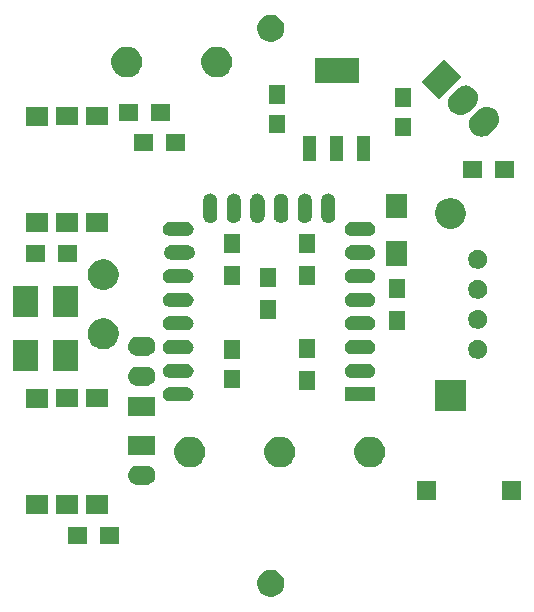
<source format=gbr>
G04 #@! TF.GenerationSoftware,KiCad,Pcbnew,5.0.2-bee76a0~70~ubuntu18.04.1*
G04 #@! TF.CreationDate,2019-09-27T11:35:03+02:00*
G04 #@! TF.ProjectId,Radiateur ESP,52616469-6174-4657-9572-204553502e6b,rev?*
G04 #@! TF.SameCoordinates,Original*
G04 #@! TF.FileFunction,Soldermask,Top*
G04 #@! TF.FilePolarity,Negative*
%FSLAX46Y46*%
G04 Gerber Fmt 4.6, Leading zero omitted, Abs format (unit mm)*
G04 Created by KiCad (PCBNEW 5.0.2-bee76a0~70~ubuntu18.04.1) date ven. 27 sept. 2019 11:35:03 CEST*
%MOMM*%
%LPD*%
G01*
G04 APERTURE LIST*
%ADD10C,0.100000*%
G04 APERTURE END LIST*
D10*
G36*
X136987734Y-121575232D02*
X137197202Y-121661996D01*
X137385723Y-121787962D01*
X137546038Y-121948277D01*
X137672004Y-122136798D01*
X137758768Y-122346266D01*
X137803000Y-122568635D01*
X137803000Y-122795365D01*
X137758768Y-123017734D01*
X137672004Y-123227202D01*
X137546038Y-123415723D01*
X137385723Y-123576038D01*
X137197202Y-123702004D01*
X136987734Y-123788768D01*
X136765365Y-123833000D01*
X136538635Y-123833000D01*
X136316266Y-123788768D01*
X136106798Y-123702004D01*
X135918277Y-123576038D01*
X135757962Y-123415723D01*
X135631996Y-123227202D01*
X135545232Y-123017734D01*
X135501000Y-122795365D01*
X135501000Y-122568635D01*
X135545232Y-122346266D01*
X135631996Y-122136798D01*
X135757962Y-121948277D01*
X135918277Y-121787962D01*
X136106798Y-121661996D01*
X136316266Y-121575232D01*
X136538635Y-121531000D01*
X136765365Y-121531000D01*
X136987734Y-121575232D01*
X136987734Y-121575232D01*
G37*
G36*
X123817000Y-119319000D02*
X122215000Y-119319000D01*
X122215000Y-117917000D01*
X123817000Y-117917000D01*
X123817000Y-119319000D01*
X123817000Y-119319000D01*
G37*
G36*
X121117000Y-119319000D02*
X119515000Y-119319000D01*
X119515000Y-117917000D01*
X121117000Y-117917000D01*
X121117000Y-119319000D01*
X121117000Y-119319000D01*
G37*
G36*
X117791000Y-116812960D02*
X115889000Y-116812960D01*
X115889000Y-115210960D01*
X117791000Y-115210960D01*
X117791000Y-116812960D01*
X117791000Y-116812960D01*
G37*
G36*
X122871000Y-116812960D02*
X120969000Y-116812960D01*
X120969000Y-115210960D01*
X122871000Y-115210960D01*
X122871000Y-116812960D01*
X122871000Y-116812960D01*
G37*
G36*
X120331000Y-116812960D02*
X118429000Y-116812960D01*
X118429000Y-115210960D01*
X120331000Y-115210960D01*
X120331000Y-116812960D01*
X120331000Y-116812960D01*
G37*
G36*
X157816180Y-115609000D02*
X156214180Y-115609000D01*
X156214180Y-114007000D01*
X157816180Y-114007000D01*
X157816180Y-115609000D01*
X157816180Y-115609000D01*
G37*
G36*
X150617820Y-115609000D02*
X149015820Y-115609000D01*
X149015820Y-114007000D01*
X150617820Y-114007000D01*
X150617820Y-115609000D01*
X150617820Y-115609000D01*
G37*
G36*
X126147567Y-112728921D02*
X126227196Y-112736764D01*
X126329363Y-112767756D01*
X126380448Y-112783252D01*
X126521685Y-112858745D01*
X126645479Y-112960341D01*
X126747075Y-113084135D01*
X126822568Y-113225372D01*
X126822568Y-113225373D01*
X126869056Y-113378624D01*
X126884753Y-113538000D01*
X126869056Y-113697376D01*
X126838064Y-113799543D01*
X126822568Y-113850628D01*
X126747075Y-113991865D01*
X126645479Y-114115659D01*
X126521685Y-114217255D01*
X126380448Y-114292748D01*
X126329363Y-114308244D01*
X126227196Y-114339236D01*
X126147567Y-114347079D01*
X126107754Y-114351000D01*
X125352246Y-114351000D01*
X125312433Y-114347079D01*
X125232804Y-114339236D01*
X125130637Y-114308244D01*
X125079552Y-114292748D01*
X124938315Y-114217255D01*
X124814521Y-114115659D01*
X124712925Y-113991865D01*
X124637432Y-113850628D01*
X124621936Y-113799543D01*
X124590944Y-113697376D01*
X124575247Y-113538000D01*
X124590944Y-113378624D01*
X124637432Y-113225373D01*
X124637432Y-113225372D01*
X124712925Y-113084135D01*
X124814521Y-112960341D01*
X124938315Y-112858745D01*
X125079552Y-112783252D01*
X125130637Y-112767756D01*
X125232804Y-112736764D01*
X125312433Y-112728921D01*
X125352246Y-112725000D01*
X126107754Y-112725000D01*
X126147567Y-112728921D01*
X126147567Y-112728921D01*
G37*
G36*
X145413485Y-110318996D02*
X145413487Y-110318997D01*
X145413488Y-110318997D01*
X145650255Y-110417069D01*
X145863342Y-110559449D01*
X146044551Y-110740658D01*
X146186931Y-110953745D01*
X146285004Y-111190515D01*
X146335000Y-111441861D01*
X146335000Y-111698139D01*
X146285004Y-111949485D01*
X146186931Y-112186255D01*
X146044551Y-112399342D01*
X145863342Y-112580551D01*
X145863339Y-112580553D01*
X145650255Y-112722931D01*
X145413488Y-112821003D01*
X145413487Y-112821003D01*
X145413485Y-112821004D01*
X145162139Y-112871000D01*
X144905861Y-112871000D01*
X144654515Y-112821004D01*
X144654513Y-112821003D01*
X144654512Y-112821003D01*
X144417745Y-112722931D01*
X144204661Y-112580553D01*
X144204658Y-112580551D01*
X144023449Y-112399342D01*
X143881069Y-112186255D01*
X143782996Y-111949485D01*
X143733000Y-111698139D01*
X143733000Y-111441861D01*
X143782996Y-111190515D01*
X143881069Y-110953745D01*
X144023449Y-110740658D01*
X144204658Y-110559449D01*
X144417745Y-110417069D01*
X144654512Y-110318997D01*
X144654513Y-110318997D01*
X144654515Y-110318996D01*
X144905861Y-110269000D01*
X145162139Y-110269000D01*
X145413485Y-110318996D01*
X145413485Y-110318996D01*
G37*
G36*
X137793485Y-110318996D02*
X137793487Y-110318997D01*
X137793488Y-110318997D01*
X138030255Y-110417069D01*
X138243342Y-110559449D01*
X138424551Y-110740658D01*
X138566931Y-110953745D01*
X138665004Y-111190515D01*
X138715000Y-111441861D01*
X138715000Y-111698139D01*
X138665004Y-111949485D01*
X138566931Y-112186255D01*
X138424551Y-112399342D01*
X138243342Y-112580551D01*
X138243339Y-112580553D01*
X138030255Y-112722931D01*
X137793488Y-112821003D01*
X137793487Y-112821003D01*
X137793485Y-112821004D01*
X137542139Y-112871000D01*
X137285861Y-112871000D01*
X137034515Y-112821004D01*
X137034513Y-112821003D01*
X137034512Y-112821003D01*
X136797745Y-112722931D01*
X136584661Y-112580553D01*
X136584658Y-112580551D01*
X136403449Y-112399342D01*
X136261069Y-112186255D01*
X136162996Y-111949485D01*
X136113000Y-111698139D01*
X136113000Y-111441861D01*
X136162996Y-111190515D01*
X136261069Y-110953745D01*
X136403449Y-110740658D01*
X136584658Y-110559449D01*
X136797745Y-110417069D01*
X137034512Y-110318997D01*
X137034513Y-110318997D01*
X137034515Y-110318996D01*
X137285861Y-110269000D01*
X137542139Y-110269000D01*
X137793485Y-110318996D01*
X137793485Y-110318996D01*
G37*
G36*
X130173485Y-110318996D02*
X130173487Y-110318997D01*
X130173488Y-110318997D01*
X130410255Y-110417069D01*
X130623342Y-110559449D01*
X130804551Y-110740658D01*
X130946931Y-110953745D01*
X131045004Y-111190515D01*
X131095000Y-111441861D01*
X131095000Y-111698139D01*
X131045004Y-111949485D01*
X130946931Y-112186255D01*
X130804551Y-112399342D01*
X130623342Y-112580551D01*
X130623339Y-112580553D01*
X130410255Y-112722931D01*
X130173488Y-112821003D01*
X130173487Y-112821003D01*
X130173485Y-112821004D01*
X129922139Y-112871000D01*
X129665861Y-112871000D01*
X129414515Y-112821004D01*
X129414513Y-112821003D01*
X129414512Y-112821003D01*
X129177745Y-112722931D01*
X128964661Y-112580553D01*
X128964658Y-112580551D01*
X128783449Y-112399342D01*
X128641069Y-112186255D01*
X128542996Y-111949485D01*
X128493000Y-111698139D01*
X128493000Y-111441861D01*
X128542996Y-111190515D01*
X128641069Y-110953745D01*
X128783449Y-110740658D01*
X128964658Y-110559449D01*
X129177745Y-110417069D01*
X129414512Y-110318997D01*
X129414513Y-110318997D01*
X129414515Y-110318996D01*
X129665861Y-110269000D01*
X129922139Y-110269000D01*
X130173485Y-110318996D01*
X130173485Y-110318996D01*
G37*
G36*
X126880820Y-111811000D02*
X124579180Y-111811000D01*
X124579180Y-110185000D01*
X126880820Y-110185000D01*
X126880820Y-111811000D01*
X126880820Y-111811000D01*
G37*
G36*
X126880820Y-108509000D02*
X124579180Y-108509000D01*
X124579180Y-106883000D01*
X126880820Y-106883000D01*
X126880820Y-108509000D01*
X126880820Y-108509000D01*
G37*
G36*
X153161000Y-108061000D02*
X150559000Y-108061000D01*
X150559000Y-105459000D01*
X153161000Y-105459000D01*
X153161000Y-108061000D01*
X153161000Y-108061000D01*
G37*
G36*
X117791000Y-107807000D02*
X115889000Y-107807000D01*
X115889000Y-106205000D01*
X117791000Y-106205000D01*
X117791000Y-107807000D01*
X117791000Y-107807000D01*
G37*
G36*
X122871000Y-107801040D02*
X120969000Y-107801040D01*
X120969000Y-106199040D01*
X122871000Y-106199040D01*
X122871000Y-107801040D01*
X122871000Y-107801040D01*
G37*
G36*
X120331000Y-107801040D02*
X118429000Y-107801040D01*
X118429000Y-106199040D01*
X120331000Y-106199040D01*
X120331000Y-107801040D01*
X120331000Y-107801040D01*
G37*
G36*
X145511000Y-107281000D02*
X142909000Y-107281000D01*
X142909000Y-106079000D01*
X145511000Y-106079000D01*
X145511000Y-107281000D01*
X145511000Y-107281000D01*
G37*
G36*
X129627818Y-106087696D02*
X129741105Y-106122062D01*
X129845513Y-106177869D01*
X129937027Y-106252973D01*
X130012131Y-106344487D01*
X130067938Y-106448895D01*
X130102304Y-106562182D01*
X130113907Y-106680000D01*
X130102304Y-106797818D01*
X130067938Y-106911105D01*
X130012131Y-107015513D01*
X129937027Y-107107027D01*
X129845513Y-107182131D01*
X129741105Y-107237938D01*
X129627818Y-107272304D01*
X129539519Y-107281000D01*
X128080481Y-107281000D01*
X127992182Y-107272304D01*
X127878895Y-107237938D01*
X127774487Y-107182131D01*
X127682973Y-107107027D01*
X127607869Y-107015513D01*
X127552062Y-106911105D01*
X127517696Y-106797818D01*
X127506093Y-106680000D01*
X127517696Y-106562182D01*
X127552062Y-106448895D01*
X127607869Y-106344487D01*
X127682973Y-106252973D01*
X127774487Y-106177869D01*
X127878895Y-106122062D01*
X127992182Y-106087696D01*
X128080481Y-106079000D01*
X129539519Y-106079000D01*
X129627818Y-106087696D01*
X129627818Y-106087696D01*
G37*
G36*
X140401000Y-106291000D02*
X138999000Y-106291000D01*
X138999000Y-104689000D01*
X140401000Y-104689000D01*
X140401000Y-106291000D01*
X140401000Y-106291000D01*
G37*
G36*
X134026000Y-106191000D02*
X132674000Y-106191000D01*
X132674000Y-104589000D01*
X134026000Y-104589000D01*
X134026000Y-106191000D01*
X134026000Y-106191000D01*
G37*
G36*
X126147567Y-104346921D02*
X126227196Y-104354764D01*
X126329363Y-104385756D01*
X126380448Y-104401252D01*
X126521685Y-104476745D01*
X126645479Y-104578341D01*
X126747075Y-104702135D01*
X126822568Y-104843372D01*
X126822568Y-104843373D01*
X126869056Y-104996624D01*
X126884753Y-105156000D01*
X126869056Y-105315376D01*
X126838064Y-105417543D01*
X126822568Y-105468628D01*
X126747075Y-105609865D01*
X126645479Y-105733659D01*
X126521685Y-105835255D01*
X126380448Y-105910748D01*
X126329363Y-105926244D01*
X126227196Y-105957236D01*
X126147567Y-105965079D01*
X126107754Y-105969000D01*
X125352246Y-105969000D01*
X125312433Y-105965079D01*
X125232804Y-105957236D01*
X125130637Y-105926244D01*
X125079552Y-105910748D01*
X124938315Y-105835255D01*
X124814521Y-105733659D01*
X124712925Y-105609865D01*
X124637432Y-105468628D01*
X124621936Y-105417543D01*
X124590944Y-105315376D01*
X124575247Y-105156000D01*
X124590944Y-104996624D01*
X124637432Y-104843373D01*
X124637432Y-104843372D01*
X124712925Y-104702135D01*
X124814521Y-104578341D01*
X124938315Y-104476745D01*
X125079552Y-104401252D01*
X125130637Y-104385756D01*
X125232804Y-104354764D01*
X125312433Y-104346921D01*
X125352246Y-104343000D01*
X126107754Y-104343000D01*
X126147567Y-104346921D01*
X126147567Y-104346921D01*
G37*
G36*
X129627818Y-104087696D02*
X129741105Y-104122062D01*
X129845513Y-104177869D01*
X129937027Y-104252973D01*
X130012131Y-104344487D01*
X130067938Y-104448895D01*
X130102304Y-104562182D01*
X130113907Y-104680000D01*
X130102304Y-104797818D01*
X130067938Y-104911105D01*
X130012131Y-105015513D01*
X129937027Y-105107027D01*
X129845513Y-105182131D01*
X129741105Y-105237938D01*
X129627818Y-105272304D01*
X129539519Y-105281000D01*
X128080481Y-105281000D01*
X127992182Y-105272304D01*
X127878895Y-105237938D01*
X127774487Y-105182131D01*
X127682973Y-105107027D01*
X127607869Y-105015513D01*
X127552062Y-104911105D01*
X127517696Y-104797818D01*
X127506093Y-104680000D01*
X127517696Y-104562182D01*
X127552062Y-104448895D01*
X127607869Y-104344487D01*
X127682973Y-104252973D01*
X127774487Y-104177869D01*
X127878895Y-104122062D01*
X127992182Y-104087696D01*
X128080481Y-104079000D01*
X129539519Y-104079000D01*
X129627818Y-104087696D01*
X129627818Y-104087696D01*
G37*
G36*
X145027818Y-104087696D02*
X145141105Y-104122062D01*
X145245513Y-104177869D01*
X145337027Y-104252973D01*
X145412131Y-104344487D01*
X145467938Y-104448895D01*
X145502304Y-104562182D01*
X145513907Y-104680000D01*
X145502304Y-104797818D01*
X145467938Y-104911105D01*
X145412131Y-105015513D01*
X145337027Y-105107027D01*
X145245513Y-105182131D01*
X145141105Y-105237938D01*
X145027818Y-105272304D01*
X144939519Y-105281000D01*
X143480481Y-105281000D01*
X143392182Y-105272304D01*
X143278895Y-105237938D01*
X143174487Y-105182131D01*
X143082973Y-105107027D01*
X143007869Y-105015513D01*
X142952062Y-104911105D01*
X142917696Y-104797818D01*
X142906093Y-104680000D01*
X142917696Y-104562182D01*
X142952062Y-104448895D01*
X143007869Y-104344487D01*
X143082973Y-104252973D01*
X143174487Y-104177869D01*
X143278895Y-104122062D01*
X143392182Y-104087696D01*
X143480481Y-104079000D01*
X144939519Y-104079000D01*
X145027818Y-104087696D01*
X145027818Y-104087696D01*
G37*
G36*
X120353000Y-104679000D02*
X118251000Y-104679000D01*
X118251000Y-102077000D01*
X120353000Y-102077000D01*
X120353000Y-104679000D01*
X120353000Y-104679000D01*
G37*
G36*
X116953000Y-104679000D02*
X114851000Y-104679000D01*
X114851000Y-102077000D01*
X116953000Y-102077000D01*
X116953000Y-104679000D01*
X116953000Y-104679000D01*
G37*
G36*
X134026000Y-103691000D02*
X132674000Y-103691000D01*
X132674000Y-102089000D01*
X134026000Y-102089000D01*
X134026000Y-103691000D01*
X134026000Y-103691000D01*
G37*
G36*
X154415142Y-102088242D02*
X154563102Y-102149530D01*
X154696258Y-102238502D01*
X154809498Y-102351742D01*
X154898470Y-102484898D01*
X154959758Y-102632858D01*
X154991000Y-102789925D01*
X154991000Y-102950075D01*
X154959758Y-103107142D01*
X154898470Y-103255102D01*
X154809498Y-103388258D01*
X154696258Y-103501498D01*
X154563102Y-103590470D01*
X154563101Y-103590471D01*
X154563100Y-103590471D01*
X154529583Y-103604354D01*
X154415142Y-103651758D01*
X154258075Y-103683000D01*
X154097925Y-103683000D01*
X153940858Y-103651758D01*
X153826417Y-103604354D01*
X153792900Y-103590471D01*
X153792899Y-103590471D01*
X153792898Y-103590470D01*
X153659742Y-103501498D01*
X153546502Y-103388258D01*
X153457530Y-103255102D01*
X153396242Y-103107142D01*
X153365000Y-102950075D01*
X153365000Y-102789925D01*
X153396242Y-102632858D01*
X153457530Y-102484898D01*
X153546502Y-102351742D01*
X153659742Y-102238502D01*
X153792898Y-102149530D01*
X153940858Y-102088242D01*
X154097925Y-102057000D01*
X154258075Y-102057000D01*
X154415142Y-102088242D01*
X154415142Y-102088242D01*
G37*
G36*
X140401000Y-103591000D02*
X138999000Y-103591000D01*
X138999000Y-101989000D01*
X140401000Y-101989000D01*
X140401000Y-103591000D01*
X140401000Y-103591000D01*
G37*
G36*
X126147567Y-101806921D02*
X126227196Y-101814764D01*
X126329363Y-101845756D01*
X126380448Y-101861252D01*
X126521685Y-101936745D01*
X126645479Y-102038341D01*
X126747075Y-102162135D01*
X126822568Y-102303372D01*
X126822568Y-102303373D01*
X126869056Y-102456624D01*
X126884753Y-102616000D01*
X126869056Y-102775376D01*
X126858248Y-102811004D01*
X126822568Y-102928628D01*
X126747075Y-103069865D01*
X126645479Y-103193659D01*
X126521685Y-103295255D01*
X126380448Y-103370748D01*
X126329363Y-103386244D01*
X126227196Y-103417236D01*
X126147567Y-103425079D01*
X126107754Y-103429000D01*
X125352246Y-103429000D01*
X125312433Y-103425079D01*
X125232804Y-103417236D01*
X125130637Y-103386244D01*
X125079552Y-103370748D01*
X124938315Y-103295255D01*
X124814521Y-103193659D01*
X124712925Y-103069865D01*
X124637432Y-102928628D01*
X124601752Y-102811004D01*
X124590944Y-102775376D01*
X124575247Y-102616000D01*
X124590944Y-102456624D01*
X124637432Y-102303373D01*
X124637432Y-102303372D01*
X124712925Y-102162135D01*
X124814521Y-102038341D01*
X124938315Y-101936745D01*
X125079552Y-101861252D01*
X125130637Y-101845756D01*
X125232804Y-101814764D01*
X125312433Y-101806921D01*
X125352246Y-101803000D01*
X126107754Y-101803000D01*
X126147567Y-101806921D01*
X126147567Y-101806921D01*
G37*
G36*
X129627818Y-102087696D02*
X129741105Y-102122062D01*
X129845513Y-102177869D01*
X129937027Y-102252973D01*
X130012131Y-102344487D01*
X130067938Y-102448895D01*
X130102304Y-102562182D01*
X130113907Y-102680000D01*
X130102304Y-102797818D01*
X130067938Y-102911105D01*
X130012131Y-103015513D01*
X129937027Y-103107027D01*
X129845513Y-103182131D01*
X129741105Y-103237938D01*
X129627818Y-103272304D01*
X129539519Y-103281000D01*
X128080481Y-103281000D01*
X127992182Y-103272304D01*
X127878895Y-103237938D01*
X127774487Y-103182131D01*
X127682973Y-103107027D01*
X127607869Y-103015513D01*
X127552062Y-102911105D01*
X127517696Y-102797818D01*
X127506093Y-102680000D01*
X127517696Y-102562182D01*
X127552062Y-102448895D01*
X127607869Y-102344487D01*
X127682973Y-102252973D01*
X127774487Y-102177869D01*
X127878895Y-102122062D01*
X127992182Y-102087696D01*
X128080481Y-102079000D01*
X129539519Y-102079000D01*
X129627818Y-102087696D01*
X129627818Y-102087696D01*
G37*
G36*
X145027818Y-102087696D02*
X145141105Y-102122062D01*
X145245513Y-102177869D01*
X145337027Y-102252973D01*
X145412131Y-102344487D01*
X145467938Y-102448895D01*
X145502304Y-102562182D01*
X145513907Y-102680000D01*
X145502304Y-102797818D01*
X145467938Y-102911105D01*
X145412131Y-103015513D01*
X145337027Y-103107027D01*
X145245513Y-103182131D01*
X145141105Y-103237938D01*
X145027818Y-103272304D01*
X144939519Y-103281000D01*
X143480481Y-103281000D01*
X143392182Y-103272304D01*
X143278895Y-103237938D01*
X143174487Y-103182131D01*
X143082973Y-103107027D01*
X143007869Y-103015513D01*
X142952062Y-102911105D01*
X142917696Y-102797818D01*
X142906093Y-102680000D01*
X142917696Y-102562182D01*
X142952062Y-102448895D01*
X143007869Y-102344487D01*
X143082973Y-102252973D01*
X143174487Y-102177869D01*
X143278895Y-102122062D01*
X143392182Y-102087696D01*
X143480481Y-102079000D01*
X144939519Y-102079000D01*
X145027818Y-102087696D01*
X145027818Y-102087696D01*
G37*
G36*
X122839485Y-100308996D02*
X122839487Y-100308997D01*
X122839488Y-100308997D01*
X123076255Y-100407069D01*
X123289342Y-100549449D01*
X123470551Y-100730658D01*
X123470553Y-100730661D01*
X123612931Y-100943745D01*
X123680565Y-101107027D01*
X123711004Y-101180515D01*
X123761000Y-101431861D01*
X123761000Y-101688139D01*
X123711004Y-101939485D01*
X123612931Y-102176255D01*
X123470551Y-102389342D01*
X123289342Y-102570551D01*
X123289339Y-102570553D01*
X123076255Y-102712931D01*
X122839488Y-102811003D01*
X122839487Y-102811003D01*
X122839485Y-102811004D01*
X122588139Y-102861000D01*
X122331861Y-102861000D01*
X122080515Y-102811004D01*
X122080513Y-102811003D01*
X122080512Y-102811003D01*
X121843745Y-102712931D01*
X121630661Y-102570553D01*
X121630658Y-102570551D01*
X121449449Y-102389342D01*
X121307069Y-102176255D01*
X121208996Y-101939485D01*
X121159000Y-101688139D01*
X121159000Y-101431861D01*
X121208996Y-101180515D01*
X121239436Y-101107027D01*
X121307069Y-100943745D01*
X121449447Y-100730661D01*
X121449449Y-100730658D01*
X121630658Y-100549449D01*
X121843745Y-100407069D01*
X122080512Y-100308997D01*
X122080513Y-100308997D01*
X122080515Y-100308996D01*
X122331861Y-100259000D01*
X122588139Y-100259000D01*
X122839485Y-100308996D01*
X122839485Y-100308996D01*
G37*
G36*
X145027818Y-100087696D02*
X145141105Y-100122062D01*
X145245513Y-100177869D01*
X145337027Y-100252973D01*
X145412131Y-100344487D01*
X145467938Y-100448895D01*
X145502304Y-100562182D01*
X145513907Y-100680000D01*
X145502304Y-100797818D01*
X145467938Y-100911105D01*
X145412131Y-101015513D01*
X145337027Y-101107027D01*
X145245513Y-101182131D01*
X145141105Y-101237938D01*
X145027818Y-101272304D01*
X144939519Y-101281000D01*
X143480481Y-101281000D01*
X143392182Y-101272304D01*
X143278895Y-101237938D01*
X143174487Y-101182131D01*
X143082973Y-101107027D01*
X143007869Y-101015513D01*
X142952062Y-100911105D01*
X142917696Y-100797818D01*
X142906093Y-100680000D01*
X142917696Y-100562182D01*
X142952062Y-100448895D01*
X143007869Y-100344487D01*
X143082973Y-100252973D01*
X143174487Y-100177869D01*
X143278895Y-100122062D01*
X143392182Y-100087696D01*
X143480481Y-100079000D01*
X144939519Y-100079000D01*
X145027818Y-100087696D01*
X145027818Y-100087696D01*
G37*
G36*
X129627818Y-100087696D02*
X129741105Y-100122062D01*
X129845513Y-100177869D01*
X129937027Y-100252973D01*
X130012131Y-100344487D01*
X130067938Y-100448895D01*
X130102304Y-100562182D01*
X130113907Y-100680000D01*
X130102304Y-100797818D01*
X130067938Y-100911105D01*
X130012131Y-101015513D01*
X129937027Y-101107027D01*
X129845513Y-101182131D01*
X129741105Y-101237938D01*
X129627818Y-101272304D01*
X129539519Y-101281000D01*
X128080481Y-101281000D01*
X127992182Y-101272304D01*
X127878895Y-101237938D01*
X127774487Y-101182131D01*
X127682973Y-101107027D01*
X127607869Y-101015513D01*
X127552062Y-100911105D01*
X127517696Y-100797818D01*
X127506093Y-100680000D01*
X127517696Y-100562182D01*
X127552062Y-100448895D01*
X127607869Y-100344487D01*
X127682973Y-100252973D01*
X127774487Y-100177869D01*
X127878895Y-100122062D01*
X127992182Y-100087696D01*
X128080481Y-100079000D01*
X129539519Y-100079000D01*
X129627818Y-100087696D01*
X129627818Y-100087696D01*
G37*
G36*
X148021000Y-101211000D02*
X146619000Y-101211000D01*
X146619000Y-99609000D01*
X148021000Y-99609000D01*
X148021000Y-101211000D01*
X148021000Y-101211000D01*
G37*
G36*
X154415142Y-99548242D02*
X154529583Y-99595646D01*
X154561823Y-99609000D01*
X154563102Y-99609530D01*
X154696258Y-99698502D01*
X154809498Y-99811742D01*
X154898470Y-99944898D01*
X154959758Y-100092858D01*
X154991000Y-100249925D01*
X154991000Y-100410075D01*
X154959758Y-100567142D01*
X154898470Y-100715102D01*
X154809498Y-100848258D01*
X154696258Y-100961498D01*
X154563102Y-101050470D01*
X154415142Y-101111758D01*
X154258075Y-101143000D01*
X154097925Y-101143000D01*
X153940858Y-101111758D01*
X153792898Y-101050470D01*
X153659742Y-100961498D01*
X153546502Y-100848258D01*
X153457530Y-100715102D01*
X153396242Y-100567142D01*
X153365000Y-100410075D01*
X153365000Y-100249925D01*
X153396242Y-100092858D01*
X153457530Y-99944898D01*
X153546502Y-99811742D01*
X153659742Y-99698502D01*
X153792898Y-99609530D01*
X153794178Y-99609000D01*
X153826417Y-99595646D01*
X153940858Y-99548242D01*
X154097925Y-99517000D01*
X154258075Y-99517000D01*
X154415142Y-99548242D01*
X154415142Y-99548242D01*
G37*
G36*
X137099000Y-100275000D02*
X135697000Y-100275000D01*
X135697000Y-98673000D01*
X137099000Y-98673000D01*
X137099000Y-100275000D01*
X137099000Y-100275000D01*
G37*
G36*
X116953000Y-100107000D02*
X114851000Y-100107000D01*
X114851000Y-97505000D01*
X116953000Y-97505000D01*
X116953000Y-100107000D01*
X116953000Y-100107000D01*
G37*
G36*
X120353000Y-100107000D02*
X118251000Y-100107000D01*
X118251000Y-97505000D01*
X120353000Y-97505000D01*
X120353000Y-100107000D01*
X120353000Y-100107000D01*
G37*
G36*
X129627818Y-98087696D02*
X129741105Y-98122062D01*
X129845513Y-98177869D01*
X129937027Y-98252973D01*
X130012131Y-98344487D01*
X130067938Y-98448895D01*
X130102304Y-98562182D01*
X130113907Y-98680000D01*
X130102304Y-98797818D01*
X130067938Y-98911105D01*
X130012131Y-99015513D01*
X129937027Y-99107027D01*
X129845513Y-99182131D01*
X129741105Y-99237938D01*
X129627818Y-99272304D01*
X129539519Y-99281000D01*
X128080481Y-99281000D01*
X127992182Y-99272304D01*
X127878895Y-99237938D01*
X127774487Y-99182131D01*
X127682973Y-99107027D01*
X127607869Y-99015513D01*
X127552062Y-98911105D01*
X127517696Y-98797818D01*
X127506093Y-98680000D01*
X127517696Y-98562182D01*
X127552062Y-98448895D01*
X127607869Y-98344487D01*
X127682973Y-98252973D01*
X127774487Y-98177869D01*
X127878895Y-98122062D01*
X127992182Y-98087696D01*
X128080481Y-98079000D01*
X129539519Y-98079000D01*
X129627818Y-98087696D01*
X129627818Y-98087696D01*
G37*
G36*
X145027818Y-98087696D02*
X145141105Y-98122062D01*
X145245513Y-98177869D01*
X145337027Y-98252973D01*
X145412131Y-98344487D01*
X145467938Y-98448895D01*
X145502304Y-98562182D01*
X145513907Y-98680000D01*
X145502304Y-98797818D01*
X145467938Y-98911105D01*
X145412131Y-99015513D01*
X145337027Y-99107027D01*
X145245513Y-99182131D01*
X145141105Y-99237938D01*
X145027818Y-99272304D01*
X144939519Y-99281000D01*
X143480481Y-99281000D01*
X143392182Y-99272304D01*
X143278895Y-99237938D01*
X143174487Y-99182131D01*
X143082973Y-99107027D01*
X143007869Y-99015513D01*
X142952062Y-98911105D01*
X142917696Y-98797818D01*
X142906093Y-98680000D01*
X142917696Y-98562182D01*
X142952062Y-98448895D01*
X143007869Y-98344487D01*
X143082973Y-98252973D01*
X143174487Y-98177869D01*
X143278895Y-98122062D01*
X143392182Y-98087696D01*
X143480481Y-98079000D01*
X144939519Y-98079000D01*
X145027818Y-98087696D01*
X145027818Y-98087696D01*
G37*
G36*
X154415142Y-97008242D02*
X154563102Y-97069530D01*
X154696258Y-97158502D01*
X154809498Y-97271742D01*
X154898470Y-97404898D01*
X154959758Y-97552858D01*
X154991000Y-97709925D01*
X154991000Y-97870075D01*
X154959758Y-98027142D01*
X154938277Y-98079000D01*
X154898471Y-98175100D01*
X154809499Y-98308257D01*
X154696257Y-98421499D01*
X154630130Y-98465683D01*
X154563102Y-98510470D01*
X154563101Y-98510471D01*
X154563100Y-98510471D01*
X154529583Y-98524354D01*
X154415142Y-98571758D01*
X154258075Y-98603000D01*
X154097925Y-98603000D01*
X153940858Y-98571758D01*
X153826417Y-98524354D01*
X153792900Y-98510471D01*
X153792899Y-98510471D01*
X153792898Y-98510470D01*
X153725870Y-98465683D01*
X153659743Y-98421499D01*
X153546501Y-98308257D01*
X153457529Y-98175100D01*
X153417723Y-98079000D01*
X153396242Y-98027142D01*
X153365000Y-97870075D01*
X153365000Y-97709925D01*
X153396242Y-97552858D01*
X153457530Y-97404898D01*
X153546502Y-97271742D01*
X153659742Y-97158502D01*
X153792898Y-97069530D01*
X153940858Y-97008242D01*
X154097925Y-96977000D01*
X154258075Y-96977000D01*
X154415142Y-97008242D01*
X154415142Y-97008242D01*
G37*
G36*
X148021000Y-98511000D02*
X146619000Y-98511000D01*
X146619000Y-96909000D01*
X148021000Y-96909000D01*
X148021000Y-98511000D01*
X148021000Y-98511000D01*
G37*
G36*
X122839485Y-95308996D02*
X122839487Y-95308997D01*
X122839488Y-95308997D01*
X123076255Y-95407069D01*
X123289342Y-95549449D01*
X123470551Y-95730658D01*
X123470553Y-95730661D01*
X123612931Y-95943745D01*
X123709909Y-96177870D01*
X123711004Y-96180515D01*
X123761000Y-96431861D01*
X123761000Y-96688139D01*
X123711004Y-96939485D01*
X123612931Y-97176255D01*
X123470551Y-97389342D01*
X123289342Y-97570551D01*
X123289339Y-97570553D01*
X123076255Y-97712931D01*
X122839488Y-97811003D01*
X122839487Y-97811003D01*
X122839485Y-97811004D01*
X122588139Y-97861000D01*
X122331861Y-97861000D01*
X122080515Y-97811004D01*
X122080513Y-97811003D01*
X122080512Y-97811003D01*
X121843745Y-97712931D01*
X121630661Y-97570553D01*
X121630658Y-97570551D01*
X121449449Y-97389342D01*
X121307069Y-97176255D01*
X121208996Y-96939485D01*
X121159000Y-96688139D01*
X121159000Y-96431861D01*
X121208996Y-96180515D01*
X121210092Y-96177870D01*
X121307069Y-95943745D01*
X121449447Y-95730661D01*
X121449449Y-95730658D01*
X121630658Y-95549449D01*
X121843745Y-95407069D01*
X122080512Y-95308997D01*
X122080513Y-95308997D01*
X122080515Y-95308996D01*
X122331861Y-95259000D01*
X122588139Y-95259000D01*
X122839485Y-95308996D01*
X122839485Y-95308996D01*
G37*
G36*
X137099000Y-97575000D02*
X135697000Y-97575000D01*
X135697000Y-95973000D01*
X137099000Y-95973000D01*
X137099000Y-97575000D01*
X137099000Y-97575000D01*
G37*
G36*
X140401000Y-97401000D02*
X138999000Y-97401000D01*
X138999000Y-95799000D01*
X140401000Y-95799000D01*
X140401000Y-97401000D01*
X140401000Y-97401000D01*
G37*
G36*
X134051000Y-97401000D02*
X132649000Y-97401000D01*
X132649000Y-95799000D01*
X134051000Y-95799000D01*
X134051000Y-97401000D01*
X134051000Y-97401000D01*
G37*
G36*
X129627818Y-96087696D02*
X129741105Y-96122062D01*
X129845513Y-96177869D01*
X129937027Y-96252973D01*
X130012131Y-96344487D01*
X130067938Y-96448895D01*
X130102304Y-96562182D01*
X130113907Y-96680000D01*
X130102304Y-96797818D01*
X130067938Y-96911105D01*
X130012131Y-97015513D01*
X129937027Y-97107027D01*
X129845513Y-97182131D01*
X129741105Y-97237938D01*
X129627818Y-97272304D01*
X129539519Y-97281000D01*
X128080481Y-97281000D01*
X127992182Y-97272304D01*
X127878895Y-97237938D01*
X127774487Y-97182131D01*
X127682973Y-97107027D01*
X127607869Y-97015513D01*
X127552062Y-96911105D01*
X127517696Y-96797818D01*
X127506093Y-96680000D01*
X127517696Y-96562182D01*
X127552062Y-96448895D01*
X127607869Y-96344487D01*
X127682973Y-96252973D01*
X127774487Y-96177869D01*
X127878895Y-96122062D01*
X127992182Y-96087696D01*
X128080481Y-96079000D01*
X129539519Y-96079000D01*
X129627818Y-96087696D01*
X129627818Y-96087696D01*
G37*
G36*
X145027818Y-96087696D02*
X145141105Y-96122062D01*
X145245513Y-96177869D01*
X145337027Y-96252973D01*
X145412131Y-96344487D01*
X145467938Y-96448895D01*
X145502304Y-96562182D01*
X145513907Y-96680000D01*
X145502304Y-96797818D01*
X145467938Y-96911105D01*
X145412131Y-97015513D01*
X145337027Y-97107027D01*
X145245513Y-97182131D01*
X145141105Y-97237938D01*
X145027818Y-97272304D01*
X144939519Y-97281000D01*
X143480481Y-97281000D01*
X143392182Y-97272304D01*
X143278895Y-97237938D01*
X143174487Y-97182131D01*
X143082973Y-97107027D01*
X143007869Y-97015513D01*
X142952062Y-96911105D01*
X142917696Y-96797818D01*
X142906093Y-96680000D01*
X142917696Y-96562182D01*
X142952062Y-96448895D01*
X143007869Y-96344487D01*
X143082973Y-96252973D01*
X143174487Y-96177869D01*
X143278895Y-96122062D01*
X143392182Y-96087696D01*
X143480481Y-96079000D01*
X144939519Y-96079000D01*
X145027818Y-96087696D01*
X145027818Y-96087696D01*
G37*
G36*
X154415142Y-94468242D02*
X154563102Y-94529530D01*
X154696258Y-94618502D01*
X154809498Y-94731742D01*
X154898470Y-94864898D01*
X154959758Y-95012858D01*
X154991000Y-95169925D01*
X154991000Y-95330075D01*
X154959758Y-95487142D01*
X154898470Y-95635102D01*
X154809498Y-95768258D01*
X154696258Y-95881498D01*
X154563102Y-95970470D01*
X154415142Y-96031758D01*
X154258075Y-96063000D01*
X154097925Y-96063000D01*
X153940858Y-96031758D01*
X153792898Y-95970470D01*
X153659742Y-95881498D01*
X153546502Y-95768258D01*
X153457530Y-95635102D01*
X153396242Y-95487142D01*
X153365000Y-95330075D01*
X153365000Y-95169925D01*
X153396242Y-95012858D01*
X153457530Y-94864898D01*
X153546502Y-94731742D01*
X153659742Y-94618502D01*
X153792898Y-94529530D01*
X153940858Y-94468242D01*
X154097925Y-94437000D01*
X154258075Y-94437000D01*
X154415142Y-94468242D01*
X154415142Y-94468242D01*
G37*
G36*
X148221000Y-95793000D02*
X146419000Y-95793000D01*
X146419000Y-93691000D01*
X148221000Y-93691000D01*
X148221000Y-95793000D01*
X148221000Y-95793000D01*
G37*
G36*
X120261000Y-95443000D02*
X118659000Y-95443000D01*
X118659000Y-94041000D01*
X120261000Y-94041000D01*
X120261000Y-95443000D01*
X120261000Y-95443000D01*
G37*
G36*
X117561000Y-95443000D02*
X115959000Y-95443000D01*
X115959000Y-94041000D01*
X117561000Y-94041000D01*
X117561000Y-95443000D01*
X117561000Y-95443000D01*
G37*
G36*
X129727818Y-94087696D02*
X129841105Y-94122062D01*
X129945513Y-94177869D01*
X130037027Y-94252973D01*
X130112131Y-94344487D01*
X130167938Y-94448895D01*
X130202304Y-94562182D01*
X130213907Y-94680000D01*
X130202304Y-94797818D01*
X130167938Y-94911105D01*
X130112131Y-95015513D01*
X130037027Y-95107027D01*
X129945513Y-95182131D01*
X129841105Y-95237938D01*
X129727818Y-95272304D01*
X129639519Y-95281000D01*
X128180481Y-95281000D01*
X128092182Y-95272304D01*
X127978895Y-95237938D01*
X127874487Y-95182131D01*
X127782973Y-95107027D01*
X127707869Y-95015513D01*
X127652062Y-94911105D01*
X127617696Y-94797818D01*
X127606093Y-94680000D01*
X127617696Y-94562182D01*
X127652062Y-94448895D01*
X127707869Y-94344487D01*
X127782973Y-94252973D01*
X127874487Y-94177869D01*
X127978895Y-94122062D01*
X128092182Y-94087696D01*
X128180481Y-94079000D01*
X129639519Y-94079000D01*
X129727818Y-94087696D01*
X129727818Y-94087696D01*
G37*
G36*
X145027818Y-94087696D02*
X145141105Y-94122062D01*
X145245513Y-94177869D01*
X145337027Y-94252973D01*
X145412131Y-94344487D01*
X145467938Y-94448895D01*
X145502304Y-94562182D01*
X145513907Y-94680000D01*
X145502304Y-94797818D01*
X145467938Y-94911105D01*
X145412131Y-95015513D01*
X145337027Y-95107027D01*
X145245513Y-95182131D01*
X145141105Y-95237938D01*
X145027818Y-95272304D01*
X144939519Y-95281000D01*
X143480481Y-95281000D01*
X143392182Y-95272304D01*
X143278895Y-95237938D01*
X143174487Y-95182131D01*
X143082973Y-95107027D01*
X143007869Y-95015513D01*
X142952062Y-94911105D01*
X142917696Y-94797818D01*
X142906093Y-94680000D01*
X142917696Y-94562182D01*
X142952062Y-94448895D01*
X143007869Y-94344487D01*
X143082973Y-94252973D01*
X143174487Y-94177869D01*
X143278895Y-94122062D01*
X143392182Y-94087696D01*
X143480481Y-94079000D01*
X144939519Y-94079000D01*
X145027818Y-94087696D01*
X145027818Y-94087696D01*
G37*
G36*
X140401000Y-94701000D02*
X138999000Y-94701000D01*
X138999000Y-93099000D01*
X140401000Y-93099000D01*
X140401000Y-94701000D01*
X140401000Y-94701000D01*
G37*
G36*
X134051000Y-94701000D02*
X132649000Y-94701000D01*
X132649000Y-93099000D01*
X134051000Y-93099000D01*
X134051000Y-94701000D01*
X134051000Y-94701000D01*
G37*
G36*
X145027818Y-92087696D02*
X145141105Y-92122062D01*
X145245513Y-92177869D01*
X145337027Y-92252973D01*
X145412131Y-92344487D01*
X145467938Y-92448895D01*
X145502304Y-92562182D01*
X145513907Y-92680000D01*
X145502304Y-92797818D01*
X145467938Y-92911105D01*
X145412131Y-93015513D01*
X145337027Y-93107027D01*
X145245513Y-93182131D01*
X145141105Y-93237938D01*
X145027818Y-93272304D01*
X144939519Y-93281000D01*
X143480481Y-93281000D01*
X143392182Y-93272304D01*
X143278895Y-93237938D01*
X143174487Y-93182131D01*
X143082973Y-93107027D01*
X143007869Y-93015513D01*
X142952062Y-92911105D01*
X142917696Y-92797818D01*
X142906093Y-92680000D01*
X142917696Y-92562182D01*
X142952062Y-92448895D01*
X143007869Y-92344487D01*
X143082973Y-92252973D01*
X143174487Y-92177869D01*
X143278895Y-92122062D01*
X143392182Y-92087696D01*
X143480481Y-92079000D01*
X144939519Y-92079000D01*
X145027818Y-92087696D01*
X145027818Y-92087696D01*
G37*
G36*
X129627818Y-92087696D02*
X129741105Y-92122062D01*
X129845513Y-92177869D01*
X129937027Y-92252973D01*
X130012131Y-92344487D01*
X130067938Y-92448895D01*
X130102304Y-92562182D01*
X130113907Y-92680000D01*
X130102304Y-92797818D01*
X130067938Y-92911105D01*
X130012131Y-93015513D01*
X129937027Y-93107027D01*
X129845513Y-93182131D01*
X129741105Y-93237938D01*
X129627818Y-93272304D01*
X129539519Y-93281000D01*
X128080481Y-93281000D01*
X127992182Y-93272304D01*
X127878895Y-93237938D01*
X127774487Y-93182131D01*
X127682973Y-93107027D01*
X127607869Y-93015513D01*
X127552062Y-92911105D01*
X127517696Y-92797818D01*
X127506093Y-92680000D01*
X127517696Y-92562182D01*
X127552062Y-92448895D01*
X127607869Y-92344487D01*
X127682973Y-92252973D01*
X127774487Y-92177869D01*
X127878895Y-92122062D01*
X127992182Y-92087696D01*
X128080481Y-92079000D01*
X129539519Y-92079000D01*
X129627818Y-92087696D01*
X129627818Y-92087696D01*
G37*
G36*
X120331000Y-92936960D02*
X118429000Y-92936960D01*
X118429000Y-91334960D01*
X120331000Y-91334960D01*
X120331000Y-92936960D01*
X120331000Y-92936960D01*
G37*
G36*
X117791000Y-92936960D02*
X115889000Y-92936960D01*
X115889000Y-91334960D01*
X117791000Y-91334960D01*
X117791000Y-92936960D01*
X117791000Y-92936960D01*
G37*
G36*
X122871000Y-92936960D02*
X120969000Y-92936960D01*
X120969000Y-91334960D01*
X122871000Y-91334960D01*
X122871000Y-92936960D01*
X122871000Y-92936960D01*
G37*
G36*
X152239485Y-90108996D02*
X152239487Y-90108997D01*
X152239488Y-90108997D01*
X152367888Y-90162182D01*
X152476255Y-90207069D01*
X152689342Y-90349449D01*
X152870551Y-90530658D01*
X153012931Y-90743745D01*
X153111004Y-90980515D01*
X153161000Y-91231861D01*
X153161000Y-91488139D01*
X153119293Y-91697816D01*
X153111003Y-91739488D01*
X153038091Y-91915513D01*
X153012931Y-91976255D01*
X152870551Y-92189342D01*
X152689342Y-92370551D01*
X152689339Y-92370553D01*
X152476255Y-92512931D01*
X152239488Y-92611003D01*
X152239487Y-92611003D01*
X152239485Y-92611004D01*
X151988139Y-92661000D01*
X151731861Y-92661000D01*
X151480515Y-92611004D01*
X151480513Y-92611003D01*
X151480512Y-92611003D01*
X151243745Y-92512931D01*
X151030661Y-92370553D01*
X151030658Y-92370551D01*
X150849449Y-92189342D01*
X150707069Y-91976255D01*
X150681909Y-91915513D01*
X150608997Y-91739488D01*
X150600708Y-91697816D01*
X150559000Y-91488139D01*
X150559000Y-91231861D01*
X150608996Y-90980515D01*
X150707069Y-90743745D01*
X150849449Y-90530658D01*
X151030658Y-90349449D01*
X151243745Y-90207069D01*
X151352112Y-90162182D01*
X151480512Y-90108997D01*
X151480513Y-90108997D01*
X151480515Y-90108996D01*
X151731861Y-90059000D01*
X151988139Y-90059000D01*
X152239485Y-90108996D01*
X152239485Y-90108996D01*
G37*
G36*
X141637818Y-89687696D02*
X141751105Y-89722062D01*
X141855513Y-89777869D01*
X141947027Y-89852973D01*
X142022131Y-89944487D01*
X142077938Y-90048895D01*
X142112304Y-90162182D01*
X142121000Y-90250481D01*
X142121000Y-91609519D01*
X142112304Y-91697818D01*
X142077938Y-91811105D01*
X142022131Y-91915512D01*
X142022130Y-91915513D01*
X141947027Y-92007027D01*
X141905776Y-92040880D01*
X141855512Y-92082131D01*
X141751104Y-92137938D01*
X141637817Y-92172304D01*
X141520000Y-92183907D01*
X141402182Y-92172304D01*
X141288895Y-92137938D01*
X141184488Y-92082131D01*
X141170572Y-92070711D01*
X141092973Y-92007027D01*
X141059120Y-91965776D01*
X141017869Y-91915512D01*
X140962062Y-91811104D01*
X140927696Y-91697817D01*
X140919000Y-91609518D01*
X140919001Y-90250481D01*
X140927697Y-90162182D01*
X140962063Y-90048895D01*
X141017870Y-89944487D01*
X141092974Y-89852973D01*
X141184488Y-89777869D01*
X141288896Y-89722062D01*
X141402183Y-89687696D01*
X141520000Y-89676093D01*
X141637818Y-89687696D01*
X141637818Y-89687696D01*
G37*
G36*
X139637818Y-89687696D02*
X139751105Y-89722062D01*
X139855513Y-89777869D01*
X139947027Y-89852973D01*
X140022131Y-89944487D01*
X140077938Y-90048895D01*
X140112304Y-90162182D01*
X140121000Y-90250481D01*
X140121000Y-91609519D01*
X140112304Y-91697818D01*
X140077938Y-91811105D01*
X140022131Y-91915512D01*
X140022130Y-91915513D01*
X139947027Y-92007027D01*
X139905776Y-92040880D01*
X139855512Y-92082131D01*
X139751104Y-92137938D01*
X139637817Y-92172304D01*
X139520000Y-92183907D01*
X139402182Y-92172304D01*
X139288895Y-92137938D01*
X139184488Y-92082131D01*
X139170572Y-92070711D01*
X139092973Y-92007027D01*
X139059120Y-91965776D01*
X139017869Y-91915512D01*
X138962062Y-91811104D01*
X138927696Y-91697817D01*
X138919000Y-91609518D01*
X138919001Y-90250481D01*
X138927697Y-90162182D01*
X138962063Y-90048895D01*
X139017870Y-89944487D01*
X139092974Y-89852973D01*
X139184488Y-89777869D01*
X139288896Y-89722062D01*
X139402183Y-89687696D01*
X139520000Y-89676093D01*
X139637818Y-89687696D01*
X139637818Y-89687696D01*
G37*
G36*
X131637818Y-89687696D02*
X131751105Y-89722062D01*
X131855513Y-89777869D01*
X131947027Y-89852973D01*
X132022131Y-89944487D01*
X132077938Y-90048895D01*
X132112304Y-90162182D01*
X132121000Y-90250481D01*
X132121000Y-91609519D01*
X132112304Y-91697818D01*
X132077938Y-91811105D01*
X132022131Y-91915512D01*
X132022130Y-91915513D01*
X131947027Y-92007027D01*
X131905776Y-92040880D01*
X131855512Y-92082131D01*
X131751104Y-92137938D01*
X131637817Y-92172304D01*
X131520000Y-92183907D01*
X131402182Y-92172304D01*
X131288895Y-92137938D01*
X131184488Y-92082131D01*
X131170572Y-92070711D01*
X131092973Y-92007027D01*
X131059120Y-91965776D01*
X131017869Y-91915512D01*
X130962062Y-91811104D01*
X130927696Y-91697817D01*
X130919000Y-91609518D01*
X130919001Y-90250481D01*
X130927697Y-90162182D01*
X130962063Y-90048895D01*
X131017870Y-89944487D01*
X131092974Y-89852973D01*
X131184488Y-89777869D01*
X131288896Y-89722062D01*
X131402183Y-89687696D01*
X131520000Y-89676093D01*
X131637818Y-89687696D01*
X131637818Y-89687696D01*
G37*
G36*
X133637818Y-89687696D02*
X133751105Y-89722062D01*
X133855513Y-89777869D01*
X133947027Y-89852973D01*
X134022131Y-89944487D01*
X134077938Y-90048895D01*
X134112304Y-90162182D01*
X134121000Y-90250481D01*
X134121000Y-91609519D01*
X134112304Y-91697818D01*
X134077938Y-91811105D01*
X134022131Y-91915512D01*
X134022130Y-91915513D01*
X133947027Y-92007027D01*
X133905776Y-92040880D01*
X133855512Y-92082131D01*
X133751104Y-92137938D01*
X133637817Y-92172304D01*
X133520000Y-92183907D01*
X133402182Y-92172304D01*
X133288895Y-92137938D01*
X133184488Y-92082131D01*
X133170572Y-92070711D01*
X133092973Y-92007027D01*
X133059120Y-91965776D01*
X133017869Y-91915512D01*
X132962062Y-91811104D01*
X132927696Y-91697817D01*
X132919000Y-91609518D01*
X132919001Y-90250481D01*
X132927697Y-90162182D01*
X132962063Y-90048895D01*
X133017870Y-89944487D01*
X133092974Y-89852973D01*
X133184488Y-89777869D01*
X133288896Y-89722062D01*
X133402183Y-89687696D01*
X133520000Y-89676093D01*
X133637818Y-89687696D01*
X133637818Y-89687696D01*
G37*
G36*
X135637818Y-89687696D02*
X135751105Y-89722062D01*
X135855513Y-89777869D01*
X135947027Y-89852973D01*
X136022131Y-89944487D01*
X136077938Y-90048895D01*
X136112304Y-90162182D01*
X136121000Y-90250481D01*
X136121000Y-91609519D01*
X136112304Y-91697818D01*
X136077938Y-91811105D01*
X136022131Y-91915512D01*
X136022130Y-91915513D01*
X135947027Y-92007027D01*
X135905776Y-92040880D01*
X135855512Y-92082131D01*
X135751104Y-92137938D01*
X135637817Y-92172304D01*
X135520000Y-92183907D01*
X135402182Y-92172304D01*
X135288895Y-92137938D01*
X135184488Y-92082131D01*
X135170572Y-92070711D01*
X135092973Y-92007027D01*
X135059120Y-91965776D01*
X135017869Y-91915512D01*
X134962062Y-91811104D01*
X134927696Y-91697817D01*
X134919000Y-91609518D01*
X134919001Y-90250481D01*
X134927697Y-90162182D01*
X134962063Y-90048895D01*
X135017870Y-89944487D01*
X135092974Y-89852973D01*
X135184488Y-89777869D01*
X135288896Y-89722062D01*
X135402183Y-89687696D01*
X135520000Y-89676093D01*
X135637818Y-89687696D01*
X135637818Y-89687696D01*
G37*
G36*
X137637818Y-89687696D02*
X137751105Y-89722062D01*
X137855513Y-89777869D01*
X137947027Y-89852973D01*
X138022131Y-89944487D01*
X138077938Y-90048895D01*
X138112304Y-90162182D01*
X138121000Y-90250481D01*
X138121000Y-91609519D01*
X138112304Y-91697818D01*
X138077938Y-91811105D01*
X138022131Y-91915512D01*
X138022130Y-91915513D01*
X137947027Y-92007027D01*
X137905776Y-92040880D01*
X137855512Y-92082131D01*
X137751104Y-92137938D01*
X137637817Y-92172304D01*
X137520000Y-92183907D01*
X137402182Y-92172304D01*
X137288895Y-92137938D01*
X137184488Y-92082131D01*
X137170572Y-92070711D01*
X137092973Y-92007027D01*
X137059120Y-91965776D01*
X137017869Y-91915512D01*
X136962062Y-91811104D01*
X136927696Y-91697817D01*
X136919000Y-91609518D01*
X136919001Y-90250481D01*
X136927697Y-90162182D01*
X136962063Y-90048895D01*
X137017870Y-89944487D01*
X137092974Y-89852973D01*
X137184488Y-89777869D01*
X137288896Y-89722062D01*
X137402183Y-89687696D01*
X137520000Y-89676093D01*
X137637818Y-89687696D01*
X137637818Y-89687696D01*
G37*
G36*
X148221000Y-91793000D02*
X146419000Y-91793000D01*
X146419000Y-89691000D01*
X148221000Y-89691000D01*
X148221000Y-91793000D01*
X148221000Y-91793000D01*
G37*
G36*
X154565000Y-88331000D02*
X152963000Y-88331000D01*
X152963000Y-86929000D01*
X154565000Y-86929000D01*
X154565000Y-88331000D01*
X154565000Y-88331000D01*
G37*
G36*
X157265000Y-88331000D02*
X155663000Y-88331000D01*
X155663000Y-86929000D01*
X157265000Y-86929000D01*
X157265000Y-88331000D01*
X157265000Y-88331000D01*
G37*
G36*
X140513000Y-86919000D02*
X139395000Y-86919000D01*
X139395000Y-84785000D01*
X140513000Y-84785000D01*
X140513000Y-86919000D01*
X140513000Y-86919000D01*
G37*
G36*
X145085000Y-86919000D02*
X143967000Y-86919000D01*
X143967000Y-84785000D01*
X145085000Y-84785000D01*
X145085000Y-86919000D01*
X145085000Y-86919000D01*
G37*
G36*
X142799000Y-86919000D02*
X141681000Y-86919000D01*
X141681000Y-84785000D01*
X142799000Y-84785000D01*
X142799000Y-86919000D01*
X142799000Y-86919000D01*
G37*
G36*
X126705000Y-86045000D02*
X125103000Y-86045000D01*
X125103000Y-84643000D01*
X126705000Y-84643000D01*
X126705000Y-86045000D01*
X126705000Y-86045000D01*
G37*
G36*
X129405000Y-86045000D02*
X127803000Y-86045000D01*
X127803000Y-84643000D01*
X129405000Y-84643000D01*
X129405000Y-86045000D01*
X129405000Y-86045000D01*
G37*
G36*
X155140266Y-82354177D02*
X155338380Y-82414275D01*
X155520959Y-82511865D01*
X155680999Y-82643205D01*
X155812339Y-82803245D01*
X155909929Y-82985824D01*
X155970027Y-83183938D01*
X155990319Y-83389970D01*
X155970027Y-83596003D01*
X155909929Y-83794116D01*
X155812337Y-83976699D01*
X155713910Y-84096632D01*
X155216632Y-84593910D01*
X155096699Y-84692337D01*
X154914116Y-84789929D01*
X154716002Y-84850027D01*
X154509970Y-84870319D01*
X154303938Y-84850027D01*
X154105824Y-84789929D01*
X153923245Y-84692339D01*
X153763205Y-84560999D01*
X153631865Y-84400959D01*
X153534275Y-84218380D01*
X153474177Y-84020266D01*
X153453885Y-83814234D01*
X153464032Y-83711218D01*
X153474177Y-83608202D01*
X153534275Y-83410088D01*
X153631867Y-83227505D01*
X153730294Y-83107572D01*
X154227572Y-82610294D01*
X154347505Y-82511867D01*
X154530088Y-82414275D01*
X154728201Y-82354177D01*
X154934234Y-82333885D01*
X155140266Y-82354177D01*
X155140266Y-82354177D01*
G37*
G36*
X148504000Y-84855000D02*
X147152000Y-84855000D01*
X147152000Y-83253000D01*
X148504000Y-83253000D01*
X148504000Y-84855000D01*
X148504000Y-84855000D01*
G37*
G36*
X137836000Y-84601000D02*
X136484000Y-84601000D01*
X136484000Y-82999000D01*
X137836000Y-82999000D01*
X137836000Y-84601000D01*
X137836000Y-84601000D01*
G37*
G36*
X117791000Y-83931000D02*
X115889000Y-83931000D01*
X115889000Y-82329000D01*
X117791000Y-82329000D01*
X117791000Y-83931000D01*
X117791000Y-83931000D01*
G37*
G36*
X122871000Y-83925040D02*
X120969000Y-83925040D01*
X120969000Y-82323040D01*
X122871000Y-82323040D01*
X122871000Y-83925040D01*
X122871000Y-83925040D01*
G37*
G36*
X120331000Y-83925040D02*
X118429000Y-83925040D01*
X118429000Y-82323040D01*
X120331000Y-82323040D01*
X120331000Y-83925040D01*
X120331000Y-83925040D01*
G37*
G36*
X128135000Y-83505000D02*
X126533000Y-83505000D01*
X126533000Y-82103000D01*
X128135000Y-82103000D01*
X128135000Y-83505000D01*
X128135000Y-83505000D01*
G37*
G36*
X125435000Y-83505000D02*
X123833000Y-83505000D01*
X123833000Y-82103000D01*
X125435000Y-82103000D01*
X125435000Y-83505000D01*
X125435000Y-83505000D01*
G37*
G36*
X153344215Y-80558126D02*
X153542329Y-80618224D01*
X153724908Y-80715814D01*
X153884948Y-80847154D01*
X154016288Y-81007194D01*
X154113878Y-81189773D01*
X154173976Y-81387887D01*
X154194268Y-81593919D01*
X154173976Y-81799952D01*
X154113878Y-81998065D01*
X154016286Y-82180648D01*
X153917859Y-82300581D01*
X153420581Y-82797859D01*
X153300648Y-82896286D01*
X153118065Y-82993878D01*
X152919951Y-83053976D01*
X152816935Y-83064121D01*
X152713919Y-83074268D01*
X152610903Y-83064121D01*
X152507887Y-83053976D01*
X152309773Y-82993878D01*
X152127194Y-82896288D01*
X151967154Y-82764948D01*
X151835814Y-82604908D01*
X151738224Y-82422329D01*
X151678126Y-82224215D01*
X151665991Y-82101000D01*
X151657834Y-82018183D01*
X151667981Y-81915167D01*
X151678126Y-81812151D01*
X151738224Y-81614037D01*
X151835816Y-81431454D01*
X151934243Y-81311521D01*
X152431521Y-80814243D01*
X152551454Y-80715816D01*
X152734037Y-80618224D01*
X152932150Y-80558126D01*
X153138183Y-80537834D01*
X153344215Y-80558126D01*
X153344215Y-80558126D01*
G37*
G36*
X148504000Y-82355000D02*
X147152000Y-82355000D01*
X147152000Y-80753000D01*
X148504000Y-80753000D01*
X148504000Y-82355000D01*
X148504000Y-82355000D01*
G37*
G36*
X137836000Y-82101000D02*
X136484000Y-82101000D01*
X136484000Y-80499000D01*
X137836000Y-80499000D01*
X137836000Y-82101000D01*
X137836000Y-82101000D01*
G37*
G36*
X152828471Y-79797868D02*
X150917868Y-81708471D01*
X149431529Y-80222132D01*
X151342132Y-78311529D01*
X152828471Y-79797868D01*
X152828471Y-79797868D01*
G37*
G36*
X144119800Y-80315000D02*
X140360200Y-80315000D01*
X140360200Y-78181000D01*
X144119800Y-78181000D01*
X144119800Y-80315000D01*
X144119800Y-80315000D01*
G37*
G36*
X124839485Y-77298996D02*
X124839487Y-77298997D01*
X124839488Y-77298997D01*
X125076255Y-77397069D01*
X125289342Y-77539449D01*
X125470551Y-77720658D01*
X125612931Y-77933745D01*
X125711004Y-78170515D01*
X125761000Y-78421861D01*
X125761000Y-78678139D01*
X125711004Y-78929485D01*
X125612931Y-79166255D01*
X125470551Y-79379342D01*
X125289342Y-79560551D01*
X125289339Y-79560553D01*
X125076255Y-79702931D01*
X124839488Y-79801003D01*
X124839487Y-79801003D01*
X124839485Y-79801004D01*
X124588139Y-79851000D01*
X124331861Y-79851000D01*
X124080515Y-79801004D01*
X124080513Y-79801003D01*
X124080512Y-79801003D01*
X123843745Y-79702931D01*
X123630661Y-79560553D01*
X123630658Y-79560551D01*
X123449449Y-79379342D01*
X123307069Y-79166255D01*
X123208996Y-78929485D01*
X123159000Y-78678139D01*
X123159000Y-78421861D01*
X123208996Y-78170515D01*
X123307069Y-77933745D01*
X123449449Y-77720658D01*
X123630658Y-77539449D01*
X123843745Y-77397069D01*
X124080512Y-77298997D01*
X124080513Y-77298997D01*
X124080515Y-77298996D01*
X124331861Y-77249000D01*
X124588139Y-77249000D01*
X124839485Y-77298996D01*
X124839485Y-77298996D01*
G37*
G36*
X132459485Y-77298996D02*
X132459487Y-77298997D01*
X132459488Y-77298997D01*
X132696255Y-77397069D01*
X132909342Y-77539449D01*
X133090551Y-77720658D01*
X133232931Y-77933745D01*
X133331004Y-78170515D01*
X133381000Y-78421861D01*
X133381000Y-78678139D01*
X133331004Y-78929485D01*
X133232931Y-79166255D01*
X133090551Y-79379342D01*
X132909342Y-79560551D01*
X132909339Y-79560553D01*
X132696255Y-79702931D01*
X132459488Y-79801003D01*
X132459487Y-79801003D01*
X132459485Y-79801004D01*
X132208139Y-79851000D01*
X131951861Y-79851000D01*
X131700515Y-79801004D01*
X131700513Y-79801003D01*
X131700512Y-79801003D01*
X131463745Y-79702931D01*
X131250661Y-79560553D01*
X131250658Y-79560551D01*
X131069449Y-79379342D01*
X130927069Y-79166255D01*
X130828996Y-78929485D01*
X130779000Y-78678139D01*
X130779000Y-78421861D01*
X130828996Y-78170515D01*
X130927069Y-77933745D01*
X131069449Y-77720658D01*
X131250658Y-77539449D01*
X131463745Y-77397069D01*
X131700512Y-77298997D01*
X131700513Y-77298997D01*
X131700515Y-77298996D01*
X131951861Y-77249000D01*
X132208139Y-77249000D01*
X132459485Y-77298996D01*
X132459485Y-77298996D01*
G37*
G36*
X136987734Y-74585232D02*
X137197202Y-74671996D01*
X137385723Y-74797962D01*
X137546038Y-74958277D01*
X137672004Y-75146798D01*
X137758768Y-75356266D01*
X137803000Y-75578635D01*
X137803000Y-75805365D01*
X137758768Y-76027734D01*
X137672004Y-76237202D01*
X137546038Y-76425723D01*
X137385723Y-76586038D01*
X137197202Y-76712004D01*
X136987734Y-76798768D01*
X136765365Y-76843000D01*
X136538635Y-76843000D01*
X136316266Y-76798768D01*
X136106798Y-76712004D01*
X135918277Y-76586038D01*
X135757962Y-76425723D01*
X135631996Y-76237202D01*
X135545232Y-76027734D01*
X135501000Y-75805365D01*
X135501000Y-75578635D01*
X135545232Y-75356266D01*
X135631996Y-75146798D01*
X135757962Y-74958277D01*
X135918277Y-74797962D01*
X136106798Y-74671996D01*
X136316266Y-74585232D01*
X136538635Y-74541000D01*
X136765365Y-74541000D01*
X136987734Y-74585232D01*
X136987734Y-74585232D01*
G37*
M02*

</source>
